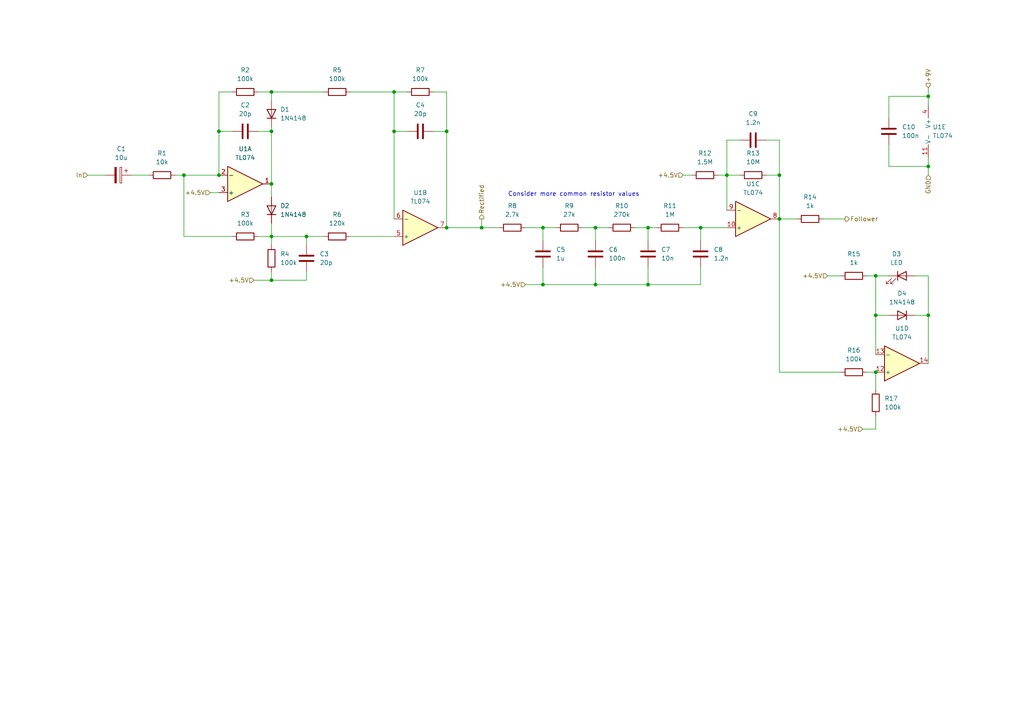
<source format=kicad_sch>
(kicad_sch (version 20211123) (generator eeschema)
  (paper "A4")
  (lib_symbols
    (symbol "Amplifier_Operational:TL074" (pin_names (offset 0.127))
      (property "Reference" "U" (at 0 5.08 0))
      (property "Value" "TL074" (at 0 -5.08 0))
      (symbol "TL074_1_1"
        (polyline (pts (xy -5.08 5.08) (xy 5.08 0) (xy -5.08 -5.08) (xy -5.08 5.08)) (stroke (width 0.254)) (fill (type background)))
        (pin output line (at 7.62 0 180) (length 2.54) (name "~") (number "1"))
        (pin input line (at -7.62 -2.54 0) (length 2.54) (name "-") (number "2"))
        (pin input line (at -7.62 2.54 0) (length 2.54) (name "+") (number "3"))
      )
      (symbol "TL074_2_1"
        (polyline (pts (xy -5.08 5.08) (xy 5.08 0) (xy -5.08 -5.08) (xy -5.08 5.08)) (stroke (width 0.254)) (fill (type background)))
        (pin input line (at -7.62 2.54 0) (length 2.54) (name "+") (number "5"))
        (pin input line (at -7.62 -2.54 0) (length 2.54) (name "-") (number "6"))
        (pin output line (at 7.62 0 180) (length 2.54) (name "~") (number "7"))
      )
      (symbol "TL074_3_1"
        (polyline (pts (xy -5.08 5.08) (xy 5.08 0) (xy -5.08 -5.08) (xy -5.08 5.08)) (stroke (width 0.254)) (fill (type background)))
        (pin input line (at -7.62 2.54 0) (length 2.54) (name "+") (number "10"))
        (pin output line (at 7.62 0 180) (length 2.54) (name "~") (number "8"))
        (pin input line (at -7.62 -2.54 0) (length 2.54) (name "-") (number "9"))
      )
      (symbol "TL074_4_1"
        (polyline (pts (xy -5.08 5.08) (xy 5.08 0) (xy -5.08 -5.08) (xy -5.08 5.08)) (stroke (width 0.254)) (fill (type background)))
        (pin input line (at -7.62 2.54 0) (length 2.54) (name "+") (number "12"))
        (pin input line (at -7.62 -2.54 0) (length 2.54) (name "-") (number "13"))
        (pin output line (at 7.62 0 180) (length 2.54) (name "~") (number "14"))
      )
      (symbol "TL074_5_1"
        (pin power_in line (at -2.54 -7.62 90) (length 3.81) (name "V-") (number "11"))
        (pin power_in line (at -2.54 7.62 270) (length 3.81) (name "V+") (number "4"))
      )
    )
    (symbol "Device:C" (pin_numbers hide) (pin_names (offset 0.254))
      (property "Reference" "C" (at 0.635 2.54 0))
      (property "Value" "C" (at 0.635 -2.54 0))
      (symbol "C_0_1"
        (polyline (pts (xy -2.032 -0.762) (xy 2.032 -0.762)) (stroke (width 0.508)))
        (polyline (pts (xy -2.032 0.762) (xy 2.032 0.762)) (stroke (width 0.508)))
      )
      (symbol "C_1_1"
        (pin passive line (at 0 3.81 270) (length 2.794) (name "~") (number "1"))
        (pin passive line (at 0 -3.81 90) (length 2.794) (name "~") (number "2"))
      )
    )
    (symbol "Device:C_Polarized" (pin_numbers hide) (pin_names (offset 0.254))
      (property "Reference" "C" (at 0.635 2.54 0))
      (property "Value" "C_Polarized" (at 0.635 -2.54 0))
      (symbol "C_Polarized_0_1"
        (rectangle (start -2.286 0.508) (end 2.286 1.016))
        (polyline (pts (xy -1.778 2.286) (xy -0.762 2.286)))
        (polyline (pts (xy -1.27 2.794) (xy -1.27 1.778)))
        (rectangle (start 2.286 -0.508) (end -2.286 -1.016) (fill (type outline)))
      )
      (symbol "C_Polarized_1_1"
        (pin passive line (at 0 3.81 270) (length 2.794) (name "~") (number "1"))
        (pin passive line (at 0 -3.81 90) (length 2.794) (name "~") (number "2"))
      )
    )
    (symbol "Device:D" (pin_numbers hide) (pin_names (offset 1.016) hide)
      (property "Reference" "D" (at 0 2.54 0))
      (property "Value" "D" (at 0 -2.54 0))
      (symbol "D_0_1"
        (polyline (pts (xy -1.27 1.27) (xy -1.27 -1.27)) (stroke (width 0.254)))
        (polyline (pts (xy 1.27 0) (xy -1.27 0)))
        (polyline (pts (xy 1.27 1.27) (xy 1.27 -1.27) (xy -1.27 0) (xy 1.27 1.27)) (stroke (width 0.254)))
      )
      (symbol "D_1_1"
        (pin passive line (at -3.81 0 0) (length 2.54) (name "K") (number "1"))
        (pin passive line (at 3.81 0 180) (length 2.54) (name "A") (number "2"))
      )
    )
    (symbol "Device:LED" (pin_numbers hide) (pin_names (offset 1.016) hide)
      (property "Reference" "D" (at 0 2.54 0))
      (property "Value" "LED" (at 0 -2.54 0))
      (symbol "LED_0_1"
        (polyline (pts (xy -1.27 -1.27) (xy -1.27 1.27)) (stroke (width 0.254)))
        (polyline (pts (xy -1.27 0) (xy 1.27 0)))
        (polyline (pts (xy 1.27 -1.27) (xy 1.27 1.27) (xy -1.27 0) (xy 1.27 -1.27)) (stroke (width 0.254)))
        (polyline (pts (xy -3.048 -0.762) (xy -4.572 -2.286) (xy -3.81 -2.286) (xy -4.572 -2.286) (xy -4.572 -1.524)))
        (polyline (pts (xy -1.778 -0.762) (xy -3.302 -2.286) (xy -2.54 -2.286) (xy -3.302 -2.286) (xy -3.302 -1.524)))
      )
      (symbol "LED_1_1"
        (pin passive line (at -3.81 0 0) (length 2.54) (name "K") (number "1"))
        (pin passive line (at 3.81 0 180) (length 2.54) (name "A") (number "2"))
      )
    )
    (symbol "Device:R" (pin_numbers hide) (pin_names (offset 0))
      (property "Reference" "R" (at 2.032 0 90))
      (property "Value" "R" (at 0 0 90))
      (symbol "R_0_1"
        (rectangle (start -1.016 -2.54) (end 1.016 2.54) (stroke (width 0.254)))
      )
      (symbol "R_1_1"
        (pin passive line (at 0 3.81 270) (length 1.27) (name "~") (number "1"))
        (pin passive line (at 0 -3.81 90) (length 1.27) (name "~") (number "2"))
      )
    )
  )
  (junction (at 203.2 66.04))
  (junction (at 78.74 26.67))
  (junction (at 157.48 66.04))
  (junction (at 254 107.95))
  (junction (at 114.3 26.67))
  (junction (at 78.74 38.1))
  (junction (at 129.54 66.04))
  (junction (at 78.74 81.28))
  (junction (at 254 91.44))
  (junction (at 226.06 50.8))
  (junction (at 78.74 68.58))
  (junction (at 269.24 91.44))
  (junction (at 139.7 66.04))
  (junction (at 53.34 50.8))
  (junction (at 187.96 66.04))
  (junction (at 88.9 68.58))
  (junction (at 254 80.01))
  (junction (at 172.72 82.55))
  (junction (at 78.74 53.34))
  (junction (at 210.82 50.8))
  (junction (at 63.5 38.1))
  (junction (at 187.96 82.55))
  (junction (at 129.54 38.1))
  (junction (at 226.06 63.5))
  (junction (at 114.3 38.1))
  (junction (at 157.48 82.55))
  (junction (at 63.5 50.8))
  (junction (at 269.24 48.26))
  (junction (at 172.72 66.04))
  (junction (at 269.24 27.94))
  (wire (pts (xy 210.82 50.8) (xy 210.82 40.64)))
  (wire (pts (xy 208.28 50.8) (xy 210.82 50.8)))
  (wire (pts (xy 114.3 26.67) (xy 118.11 26.67)))
  (wire (pts (xy 257.81 41.91) (xy 257.81 48.26)))
  (wire (pts (xy 60.96 55.88) (xy 63.5 55.88)))
  (wire (pts (xy 184.15 66.04) (xy 187.96 66.04)))
  (wire (pts (xy 114.3 38.1) (xy 118.11 38.1)))
  (wire (pts (xy 250.19 124.46) (xy 254 124.46)))
  (wire (pts (xy 257.81 34.29) (xy 257.81 27.94)))
  (wire (pts (xy 210.82 50.8) (xy 210.82 60.96)))
  (wire (pts (xy 78.74 81.28) (xy 88.9 81.28)))
  (wire (pts (xy 53.34 50.8) (xy 53.34 68.58)))
  (wire (pts (xy 25.4 50.8) (xy 30.48 50.8)))
  (wire (pts (xy 269.24 80.01) (xy 269.24 91.44)))
  (wire (pts (xy 254 80.01) (xy 254 91.44)))
  (wire (pts (xy 101.6 26.67) (xy 114.3 26.67)))
  (wire (pts (xy 74.93 38.1) (xy 78.74 38.1)))
  (wire (pts (xy 254 120.65) (xy 254 124.46)))
  (wire (pts (xy 152.4 82.55) (xy 157.48 82.55)))
  (wire (pts (xy 157.48 77.47) (xy 157.48 82.55)))
  (wire (pts (xy 114.3 38.1) (xy 114.3 26.67)))
  (wire (pts (xy 222.25 50.8) (xy 226.06 50.8)))
  (wire (pts (xy 251.46 107.95) (xy 254 107.95)))
  (wire (pts (xy 78.74 53.34) (xy 78.74 57.15)))
  (wire (pts (xy 269.24 27.94) (xy 269.24 30.48)))
  (wire (pts (xy 63.5 26.67) (xy 67.31 26.67)))
  (wire (pts (xy 257.81 27.94) (xy 269.24 27.94)))
  (wire (pts (xy 63.5 38.1) (xy 63.5 26.67)))
  (wire (pts (xy 78.74 38.1) (xy 78.74 53.34)))
  (wire (pts (xy 78.74 36.83) (xy 78.74 38.1)))
  (wire (pts (xy 172.72 77.47) (xy 172.72 82.55)))
  (wire (pts (xy 226.06 63.5) (xy 231.14 63.5)))
  (wire (pts (xy 129.54 38.1) (xy 129.54 66.04)))
  (wire (pts (xy 203.2 69.85) (xy 203.2 66.04)))
  (wire (pts (xy 67.31 68.58) (xy 53.34 68.58)))
  (wire (pts (xy 226.06 63.5) (xy 226.06 107.95)))
  (wire (pts (xy 257.81 48.26) (xy 269.24 48.26)))
  (wire (pts (xy 187.96 66.04) (xy 190.5 66.04)))
  (wire (pts (xy 88.9 68.58) (xy 93.98 68.58)))
  (wire (pts (xy 114.3 63.5) (xy 114.3 38.1)))
  (wire (pts (xy 187.96 82.55) (xy 203.2 82.55)))
  (wire (pts (xy 78.74 68.58) (xy 78.74 71.12)))
  (wire (pts (xy 168.91 66.04) (xy 172.72 66.04)))
  (wire (pts (xy 63.5 38.1) (xy 63.5 50.8)))
  (wire (pts (xy 198.12 50.8) (xy 200.66 50.8)))
  (wire (pts (xy 67.31 38.1) (xy 63.5 38.1)))
  (wire (pts (xy 157.48 66.04) (xy 157.48 69.85)))
  (wire (pts (xy 78.74 68.58) (xy 88.9 68.58)))
  (wire (pts (xy 210.82 50.8) (xy 214.63 50.8)))
  (wire (pts (xy 240.03 80.01) (xy 243.84 80.01)))
  (wire (pts (xy 129.54 66.04) (xy 139.7 66.04)))
  (wire (pts (xy 222.25 40.64) (xy 226.06 40.64)))
  (wire (pts (xy 226.06 40.64) (xy 226.06 50.8)))
  (wire (pts (xy 73.66 81.28) (xy 78.74 81.28)))
  (wire (pts (xy 203.2 82.55) (xy 203.2 77.47)))
  (wire (pts (xy 157.48 82.55) (xy 172.72 82.55)))
  (wire (pts (xy 157.48 66.04) (xy 161.29 66.04)))
  (wire (pts (xy 210.82 40.64) (xy 214.63 40.64)))
  (wire (pts (xy 125.73 38.1) (xy 129.54 38.1)))
  (wire (pts (xy 254 91.44) (xy 254 102.87)))
  (wire (pts (xy 78.74 78.74) (xy 78.74 81.28)))
  (wire (pts (xy 88.9 71.12) (xy 88.9 68.58)))
  (wire (pts (xy 254 107.95) (xy 254 113.03)))
  (wire (pts (xy 152.4 66.04) (xy 157.48 66.04)))
  (wire (pts (xy 172.72 82.55) (xy 187.96 82.55)))
  (wire (pts (xy 226.06 107.95) (xy 243.84 107.95)))
  (wire (pts (xy 78.74 26.67) (xy 93.98 26.67)))
  (wire (pts (xy 139.7 63.5) (xy 139.7 66.04)))
  (wire (pts (xy 129.54 26.67) (xy 129.54 38.1)))
  (wire (pts (xy 269.24 48.26) (xy 269.24 50.8)))
  (wire (pts (xy 203.2 66.04) (xy 210.82 66.04)))
  (wire (pts (xy 172.72 66.04) (xy 176.53 66.04)))
  (wire (pts (xy 187.96 66.04) (xy 187.96 69.85)))
  (wire (pts (xy 101.6 68.58) (xy 114.3 68.58)))
  (wire (pts (xy 88.9 78.74) (xy 88.9 81.28)))
  (wire (pts (xy 254 91.44) (xy 257.81 91.44)))
  (wire (pts (xy 226.06 50.8) (xy 226.06 63.5)))
  (wire (pts (xy 172.72 66.04) (xy 172.72 69.85)))
  (wire (pts (xy 269.24 45.72) (xy 269.24 48.26)))
  (wire (pts (xy 269.24 91.44) (xy 269.24 105.41)))
  (wire (pts (xy 50.8 50.8) (xy 53.34 50.8)))
  (wire (pts (xy 53.34 50.8) (xy 63.5 50.8)))
  (wire (pts (xy 254 80.01) (xy 257.81 80.01)))
  (wire (pts (xy 78.74 29.21) (xy 78.74 26.67)))
  (wire (pts (xy 238.76 63.5) (xy 245.11 63.5)))
  (wire (pts (xy 38.1 50.8) (xy 43.18 50.8)))
  (wire (pts (xy 203.2 66.04) (xy 198.12 66.04)))
  (wire (pts (xy 78.74 64.77) (xy 78.74 68.58)))
  (wire (pts (xy 251.46 80.01) (xy 254 80.01)))
  (wire (pts (xy 187.96 82.55) (xy 187.96 77.47)))
  (wire (pts (xy 139.7 66.04) (xy 144.78 66.04)))
  (wire (pts (xy 125.73 26.67) (xy 129.54 26.67)))
  (wire (pts (xy 265.43 80.01) (xy 269.24 80.01)))
  (wire (pts (xy 269.24 25.4) (xy 269.24 27.94)))
  (wire (pts (xy 74.93 68.58) (xy 78.74 68.58)))
  (wire (pts (xy 74.93 26.67) (xy 78.74 26.67)))
  (wire (pts (xy 265.43 91.44) (xy 269.24 91.44)))
  (text "Consider more common resistor values" (at 147.32 57.15 0) (effects (font (size 1.27 1.27)) (justify left bottom)))
  (hierarchical_label "GND" (shape input) (at 269.24 50.8 270))
  (hierarchical_label "+4.5V" (shape input) (at 198.12 50.8 180))
  (hierarchical_label "+4.5V" (shape input) (at 73.66 81.28 180))
  (hierarchical_label "+4.5V" (shape input) (at 152.4 82.55 180))
  (hierarchical_label "+4.5V" (shape input) (at 240.03 80.01 180))
  (hierarchical_label "+4.5V" (shape input) (at 60.96 55.88 180))
  (hierarchical_label "+9V" (shape input) (at 269.24 25.4 90))
  (hierarchical_label "Rectified" (shape output) (at 139.7 63.5 90))
  (hierarchical_label "In" (shape input) (at 25.4 50.8 180))
  (hierarchical_label "+4.5V" (shape input) (at 250.19 124.46 180))
  (hierarchical_label "Follower" (shape output) (at 245.11 63.5 0))
  (symbol (lib_id "Device:R") (at 97.79 68.58 90) (unit 1)
    (property "Reference" "R6" (at 97.79 62.23 90))
    (property "Value" "120k" (at 97.79 64.77 90))
    (property "Footprint" "Resistor_SMD:R_0603_1608Metric_Pad0.98x0.95mm_HandSolder" (effects hide))
    (property "LCSC" "C25808" (effects hide))
  )
  (symbol (lib_id "Device:C") (at 257.81 38.1 0) (unit 1)
    (property "Reference" "C10" (at 261.62 36.8299 0) (effects (justify left)))
    (property "Value" "100n" (at 261.62 39.3699 0) (effects (justify left)))
    (property "Footprint" "Capacitor_SMD:C_0603_1608Metric_Pad1.08x0.95mm_HandSolder" (effects hide))
    (property "LCSC" "C76711" (effects hide))
  )
  (symbol (lib_id "Device:C") (at 71.12 38.1 90) (unit 1)
    (property "Reference" "C2" (at 71.12 30.48 90))
    (property "Value" "20p" (at 71.12 33.02 90))
    (property "Footprint" "Capacitor_SMD:C_0603_1608Metric_Pad1.08x0.95mm_HandSolder" (effects hide))
    (property "LCSC" "C376774" (effects hide))
  )
  (symbol (lib_id "Device:R") (at 218.44 50.8 90) (unit 1)
    (property "Reference" "R13" (at 218.44 44.45 90))
    (property "Value" "10M" (at 218.44 46.99 90))
    (property "Footprint" "Resistor_SMD:R_0603_1608Metric_Pad0.98x0.95mm_HandSolder" (effects hide))
    (property "LCSC" "C203213" (effects hide))
  )
  (symbol (lib_id "Device:C") (at 203.2 73.66 180) (unit 1)
    (property "Reference" "C8" (at 207.01 72.3899 0) (effects (justify right)))
    (property "Value" "1.2n" (at 207.01 74.9299 0) (effects (justify right)))
    (property "Footprint" "Capacitor_SMD:C_0603_1608Metric_Pad1.08x0.95mm_HandSolder" (effects hide))
    (property "LCSC" "C107073" (effects hide))
  )
  (symbol (lib_id "Device:R") (at 71.12 26.67 90) (unit 1)
    (property "Reference" "R2" (at 71.12 20.32 90))
    (property "Value" "100k" (at 71.12 22.86 90))
    (property "Footprint" "Resistor_SMD:R_0603_1608Metric_Pad0.98x0.95mm_HandSolder" (effects hide))
    (property "LCSC" "C25803" (effects hide))
  )
  (symbol (lib_id "Device:C") (at 88.9 74.93 180) (unit 1)
    (property "Reference" "C3" (at 92.71 73.6599 0) (effects (justify right)))
    (property "Value" "20p" (at 92.71 76.1999 0) (effects (justify right)))
    (property "Footprint" "Capacitor_SMD:C_0603_1608Metric_Pad1.08x0.95mm_HandSolder" (effects hide))
    (property "LCSC" "C376774" (effects hide))
  )
  (symbol (lib_id "Device:R") (at 121.92 26.67 90) (unit 1)
    (property "Reference" "R7" (at 121.92 20.32 90))
    (property "Value" "100k" (at 121.92 22.86 90))
    (property "Footprint" "Resistor_SMD:R_0603_1608Metric_Pad0.98x0.95mm_HandSolder" (effects hide))
    (property "LCSC" "C25803" (effects hide))
  )
  (symbol (lib_id "Device:R") (at 46.99 50.8 90) (unit 1)
    (property "Reference" "R1" (at 46.99 44.45 90))
    (property "Value" "10k" (at 46.99 46.99 90))
    (property "Footprint" "Resistor_SMD:R_0603_1608Metric_Pad0.98x0.95mm_HandSolder" (effects hide))
    (property "LCSC" "C25804" (effects hide))
  )
  (symbol (lib_id "Device:R") (at 194.31 66.04 90) (unit 1)
    (property "Reference" "R11" (at 194.31 59.69 90))
    (property "Value" "1M" (at 194.31 62.23 90))
    (property "Footprint" "Resistor_SMD:R_0603_1608Metric_Pad0.98x0.95mm_HandSolder" (effects hide))
    (property "LCSC" "C2759765" (effects hide))
  )
  (symbol (lib_id "Device:C") (at 172.72 73.66 180) (unit 1)
    (property "Reference" "C6" (at 176.53 72.3899 0) (effects (justify right)))
    (property "Value" "100n" (at 176.53 74.9299 0) (effects (justify right)))
    (property "Footprint" "Capacitor_SMD:C_0603_1608Metric_Pad1.08x0.95mm_HandSolder" (effects hide))
    (property "LCSC" "C76711" (effects hide))
  )
  (symbol (lib_id "Device:R") (at 247.65 80.01 90) (unit 1)
    (property "Reference" "R15" (at 247.65 73.66 90))
    (property "Value" "1k" (at 247.65 76.2 90))
    (property "Footprint" "Resistor_SMD:R_0603_1608Metric_Pad0.98x0.95mm_HandSolder" (effects hide))
    (property "LCSC" "C21190" (effects hide))
  )
  (symbol (lib_id "Device:D") (at 78.74 33.02 90) (unit 1)
    (property "Reference" "D1" (at 81.28 31.7499 90) (effects (justify right)))
    (property "Value" "1N4148" (at 81.28 34.2899 90) (effects (justify right)))
    (property "Footprint" "Diode_SMD:D_SOD-123" (effects hide))
    (property "LCSC" "C81598" (effects hide))
  )
  (symbol (lib_id "Device:R") (at 71.12 68.58 90) (unit 1)
    (property "Reference" "R3" (at 71.12 62.23 90))
    (property "Value" "100k" (at 71.12 64.77 90))
    (property "Footprint" "Resistor_SMD:R_0603_1608Metric_Pad0.98x0.95mm_HandSolder" (effects hide))
    (property "LCSC" "C25803" (effects hide))
  )
  (symbol (lib_id "Device:D") (at 261.62 91.44 180) (unit 1)
    (property "Reference" "D4" (at 261.62 85.09 0))
    (property "Value" "1N4148" (at 261.62 87.63 0))
    (property "Footprint" "Diode_SMD:D_SOD-123" (effects hide))
    (property "LCSC" "C81598" (effects hide))
  )
  (symbol (lib_id "Device:D") (at 78.74 60.96 90) (unit 1)
    (property "Reference" "D2" (at 81.28 59.6899 90) (effects (justify right)))
    (property "Value" "1N4148" (at 81.28 62.2299 90) (effects (justify right)))
    (property "Footprint" "Diode_SMD:D_SOD-123" (effects hide))
    (property "LCSC" "C81598" (effects hide))
  )
  (symbol (lib_id "Device:R") (at 148.59 66.04 90) (unit 1)
    (property "Reference" "R8" (at 148.59 59.69 90))
    (property "Value" "2.7k" (at 148.59 62.23 90))
    (property "Footprint" "Resistor_SMD:R_0603_1608Metric_Pad0.98x0.95mm_HandSolder" (effects hide))
    (property "LCSC" "C13167" (effects hide))
  )
  (symbol (lib_id "Device:R") (at 254 116.84 180) (unit 1)
    (property "Reference" "R17" (at 256.54 115.5699 0) (effects (justify right)))
    (property "Value" "100k" (at 256.54 118.1099 0) (effects (justify right)))
    (property "Footprint" "Resistor_SMD:R_0603_1608Metric_Pad0.98x0.95mm_HandSolder" (effects hide))
    (property "LCSC" "C25803" (effects hide))
  )
  (symbol (lib_id "Device:R") (at 78.74 74.93 180) (unit 1)
    (property "Reference" "R4" (at 81.28 73.6599 0) (effects (justify right)))
    (property "Value" "100k" (at 81.28 76.1999 0) (effects (justify right)))
    (property "Footprint" "Resistor_SMD:R_0603_1608Metric_Pad0.98x0.95mm_HandSolder" (effects hide))
    (property "LCSC" "C25803" (effects hide))
  )
  (symbol (lib_id "Device:C") (at 218.44 40.64 270) (unit 1)
    (property "Reference" "C9" (at 218.44 33.02 90))
    (property "Value" "1.2n" (at 218.44 35.56 90))
    (property "Footprint" "Capacitor_SMD:C_0603_1608Metric_Pad1.08x0.95mm_HandSolder" (effects hide))
    (property "LCSC" "C107073" (effects hide))
  )
  (symbol (lib_id "Amplifier_Operational:TL074") (at 71.12 53.34 0) (mirror x) (unit 1)
    (property "Reference" "U1" (at 71.12 43.18 0))
    (property "Value" "TL074" (at 71.12 45.72 0))
    (property "Footprint" "Package_SO:SOIC-14_3.9x8.7mm_P1.27mm" (effects hide))
    (property "Datasheet" "http://www.ti.com/lit/ds/symlink/tl071.pdf" (effects hide))
    (property "LCSC" "C6963" (effects hide))
  )
  (symbol (lib_id "Device:C_Polarized") (at 34.29 50.8 270) (unit 1)
    (property "Reference" "C1" (at 35.179 43.18 90))
    (property "Value" "10u" (at 35.179 45.72 90))
    (property "Footprint" "Capacitor_SMD:CP_Elec_5x5.4" (effects hide))
    (property "LCSC" "C72486" (effects hide))
  )
  (symbol (lib_id "Amplifier_Operational:TL074") (at 121.92 66.04 0) (mirror x) (unit 2)
    (property "Reference" "U1" (at 121.92 55.88 0))
    (property "Value" "TL074" (at 121.92 58.42 0))
    (property "Footprint" "Package_SO:SOIC-14_3.9x8.7mm_P1.27mm" (effects hide))
    (property "Datasheet" "http://www.ti.com/lit/ds/symlink/tl071.pdf" (effects hide))
    (property "LCSC" "C6963" (effects hide))
  )
  (symbol (lib_id "Amplifier_Operational:TL074") (at 261.62 105.41 0) (mirror x) (unit 4)
    (property "Reference" "U1" (at 261.62 95.25 0))
    (property "Value" "TL074" (at 261.62 97.79 0))
    (property "Footprint" "Package_SO:SOIC-14_3.9x8.7mm_P1.27mm" (effects hide))
    (property "Datasheet" "http://www.ti.com/lit/ds/symlink/tl071.pdf" (effects hide))
    (property "LCSC" "C6963" (effects hide))
  )
  (symbol (lib_id "Device:R") (at 97.79 26.67 90) (unit 1)
    (property "Reference" "R5" (at 97.79 20.32 90))
    (property "Value" "100k" (at 97.79 22.86 90))
    (property "Footprint" "Resistor_SMD:R_0603_1608Metric_Pad0.98x0.95mm_HandSolder" (effects hide))
    (property "LCSC" "C25803" (effects hide))
  )
  (symbol (lib_id "Device:R") (at 247.65 107.95 90) (unit 1)
    (property "Reference" "R16" (at 247.65 101.6 90))
    (property "Value" "100k" (at 247.65 104.14 90))
    (property "Footprint" "Resistor_SMD:R_0603_1608Metric_Pad0.98x0.95mm_HandSolder" (effects hide))
    (property "LCSC" "C25803" (effects hide))
  )
  (symbol (lib_id "Device:R") (at 234.95 63.5 90) (unit 1)
    (property "Reference" "R14" (at 234.95 57.15 90))
    (property "Value" "1k" (at 234.95 59.69 90))
    (property "Footprint" "Resistor_SMD:R_0603_1608Metric_Pad0.98x0.95mm_HandSolder" (effects hide))
    (property "LCSC" "C21190" (effects hide))
  )
  (symbol (lib_id "Amplifier_Operational:TL074") (at 218.44 63.5 0) (mirror x) (unit 3)
    (property "Reference" "U1" (at 218.44 53.34 0))
    (property "Value" "TL074" (at 218.44 55.88 0))
    (property "Footprint" "Package_SO:SOIC-14_3.9x8.7mm_P1.27mm" (effects hide))
    (property "Datasheet" "http://www.ti.com/lit/ds/symlink/tl071.pdf" (effects hide))
    (property "LCSC" "C6963" (effects hide))
  )
  (symbol (lib_id "Device:LED") (at 261.62 80.01 0) (unit 1)
    (property "Reference" "D3" (at 260.0325 73.66 0))
    (property "Value" "LED" (at 260.0325 76.2 0))
    (property "Footprint" "LED_THT:LED_D3.0mm" (effects hide))
  )
  (symbol (lib_id "Device:R") (at 165.1 66.04 90) (unit 1)
    (property "Reference" "R9" (at 165.1 59.69 90))
    (property "Value" "27k" (at 165.1 62.23 90))
    (property "Footprint" "Resistor_SMD:R_0603_1608Metric_Pad0.98x0.95mm_HandSolder" (effects hide))
    (property "LCSC" "C22967" (effects hide))
  )
  (symbol (lib_id "Device:C") (at 187.96 73.66 180) (unit 1)
    (property "Reference" "C7" (at 191.77 72.3899 0) (effects (justify right)))
    (property "Value" "10n" (at 191.77 74.9299 0) (effects (justify right)))
    (property "Footprint" "Capacitor_SMD:C_0603_1608Metric_Pad1.08x0.95mm_HandSolder" (effects hide))
    (property "LCSC" "C1589" (effects hide))
  )
  (symbol (lib_id "Device:R") (at 180.34 66.04 90) (unit 1)
    (property "Reference" "R10" (at 180.34 59.69 90))
    (property "Value" "270k" (at 180.34 62.23 90))
    (property "Footprint" "Resistor_SMD:R_0603_1608Metric_Pad0.98x0.95mm_HandSolder" (effects hide))
    (property "LCSC" "C103491" (effects hide))
  )
  (symbol (lib_id "Device:C") (at 157.48 73.66 180) (unit 1)
    (property "Reference" "C5" (at 161.29 72.3899 0) (effects (justify right)))
    (property "Value" "1u" (at 161.29 74.9299 0) (effects (justify right)))
    (property "Footprint" "Capacitor_SMD:C_0603_1608Metric_Pad1.08x0.95mm_HandSolder" (effects hide))
    (property "LCSC" "C59302" (effects hide))
  )
  (symbol (lib_id "Device:R") (at 204.47 50.8 90) (unit 1)
    (property "Reference" "R12" (at 204.47 44.45 90))
    (property "Value" "1.5M" (at 204.47 46.99 90))
    (property "Footprint" "Resistor_SMD:R_0603_1608Metric_Pad0.98x0.95mm_HandSolder" (effects hide))
    (property "LCSC" "C445866" (effects hide))
  )
  (symbol (lib_id "Device:C") (at 121.92 38.1 90) (unit 1)
    (property "Reference" "C4" (at 121.92 30.48 90))
    (property "Value" "20p" (at 121.92 33.02 90))
    (property "Footprint" "Capacitor_SMD:C_0603_1608Metric_Pad1.08x0.95mm_HandSolder" (effects hide))
    (property "LCSC" "C376774" (effects hide))
  )
  (symbol (lib_id "Amplifier_Operational:TL074") (at 271.78 38.1 0) (unit 5)
    (property "Reference" "U1" (at 270.51 36.8299 0) (effects (justify left)))
    (property "Value" "TL074" (at 270.51 39.3699 0) (effects (justify left)))
    (property "Footprint" "Package_SO:SOIC-14_3.9x8.7mm_P1.27mm" (effects hide))
    (property "Datasheet" "http://www.ti.com/lit/ds/symlink/tl071.pdf" (effects hide))
    (property "LCSC" "C6963" (effects hide))
  )
)
</source>
